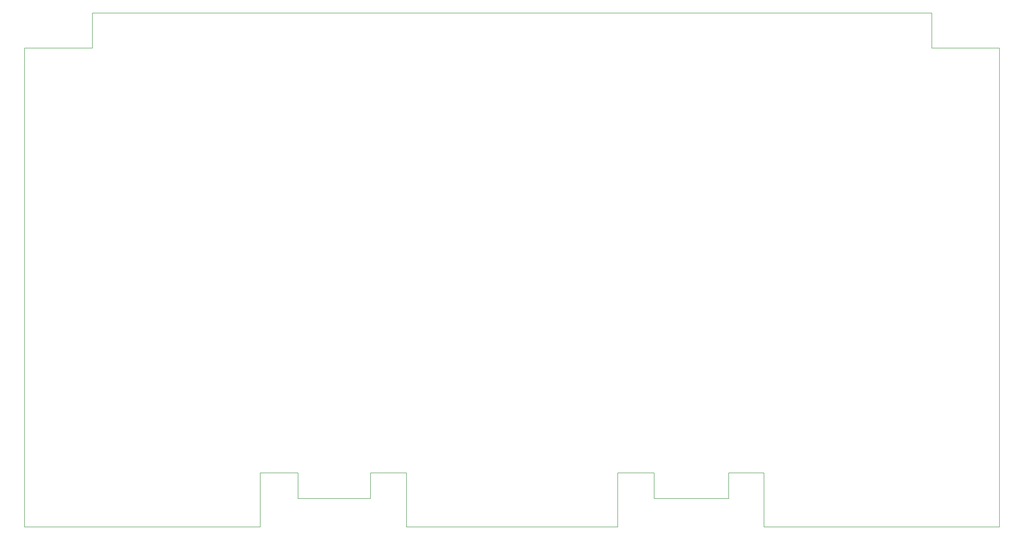
<source format=gm1>
G04 #@! TF.GenerationSoftware,KiCad,Pcbnew,(2017-12-06 revision 4e70e37f0)-master*
G04 #@! TF.CreationDate,2017-12-06T11:37:05-08:00*
G04 #@! TF.ProjectId,8CH_Amplifier,3843485F416D706C69666965722E6B69,rev?*
G04 #@! TF.SameCoordinates,Original*
G04 #@! TF.FileFunction,Profile,NP*
%FSLAX46Y46*%
G04 Gerber Fmt 4.6, Leading zero omitted, Abs format (unit mm)*
G04 Created by KiCad (PCBNEW (2017-12-06 revision 4e70e37f0)-master) date Wed Dec  6 11:37:05 2017*
%MOMM*%
%LPD*%
G01*
G04 APERTURE LIST*
%ADD10C,0.150000*%
G04 APERTURE END LIST*
D10*
X232500000Y-230000000D02*
X232500000Y-239500000D01*
X360000000Y-73000000D02*
X335000000Y-73000000D01*
X25000000Y-73000000D02*
X25000000Y-60000000D01*
X360000000Y-250000000D02*
X360000000Y-73000000D01*
X273000000Y-250000000D02*
X360000000Y-250000000D01*
X232500000Y-239500000D02*
X260000000Y-239500000D01*
X260000000Y-230000000D02*
X273000000Y-230000000D01*
X273000000Y-250000000D02*
X273000000Y-230000000D01*
X219000000Y-250000000D02*
X219000000Y-230000000D01*
X219000000Y-230000000D02*
X232500000Y-230000000D01*
X260000000Y-230000000D02*
X260000000Y-239500000D01*
X141000000Y-250000000D02*
X219000000Y-250000000D01*
X141000000Y-250000000D02*
X141000000Y-230000000D01*
X127750000Y-230000000D02*
X141000000Y-230000000D01*
X127750000Y-230000000D02*
X127750000Y-239500000D01*
X101000000Y-239500000D02*
X127750000Y-239500000D01*
X101000000Y-230000000D02*
X101000000Y-239500000D01*
X87000000Y-230000000D02*
X101000000Y-230000000D01*
X87000000Y-250000000D02*
X87000000Y-230000000D01*
X0Y-250000000D02*
X87000000Y-250000000D01*
X335000000Y-73000000D02*
X335000000Y-60000000D01*
X25000000Y-60000000D02*
X335000000Y-60000000D01*
X0Y-73000000D02*
X25000000Y-73000000D01*
X0Y-250000000D02*
X0Y-73000000D01*
M02*

</source>
